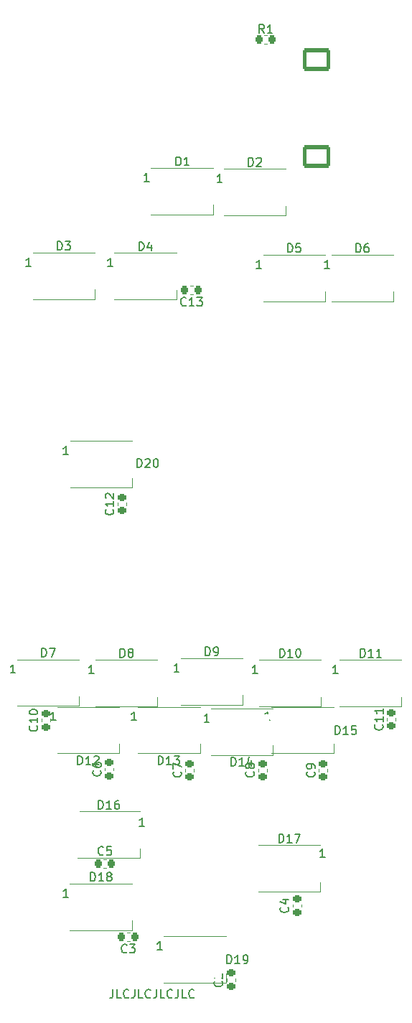
<source format=gbr>
%TF.GenerationSoftware,KiCad,Pcbnew,(6.0.9)*%
%TF.CreationDate,2022-12-07T11:41:57-09:00*%
%TF.ProjectId,APU Panel,41505520-5061-46e6-956c-2e6b69636164,rev?*%
%TF.SameCoordinates,Original*%
%TF.FileFunction,Legend,Top*%
%TF.FilePolarity,Positive*%
%FSLAX46Y46*%
G04 Gerber Fmt 4.6, Leading zero omitted, Abs format (unit mm)*
G04 Created by KiCad (PCBNEW (6.0.9)) date 2022-12-07 11:41:57*
%MOMM*%
%LPD*%
G01*
G04 APERTURE LIST*
G04 Aperture macros list*
%AMRoundRect*
0 Rectangle with rounded corners*
0 $1 Rounding radius*
0 $2 $3 $4 $5 $6 $7 $8 $9 X,Y pos of 4 corners*
0 Add a 4 corners polygon primitive as box body*
4,1,4,$2,$3,$4,$5,$6,$7,$8,$9,$2,$3,0*
0 Add four circle primitives for the rounded corners*
1,1,$1+$1,$2,$3*
1,1,$1+$1,$4,$5*
1,1,$1+$1,$6,$7*
1,1,$1+$1,$8,$9*
0 Add four rect primitives between the rounded corners*
20,1,$1+$1,$2,$3,$4,$5,0*
20,1,$1+$1,$4,$5,$6,$7,0*
20,1,$1+$1,$6,$7,$8,$9,0*
20,1,$1+$1,$8,$9,$2,$3,0*%
G04 Aperture macros list end*
%ADD10C,0.150000*%
%ADD11C,0.120000*%
%ADD12O,3.300000X2.700000*%
%ADD13RoundRect,0.250001X-1.399999X1.099999X-1.399999X-1.099999X1.399999X-1.099999X1.399999X1.099999X0*%
%ADD14C,4.300000*%
%ADD15C,12.700000*%
%ADD16RoundRect,0.218750X-0.218750X-0.256250X0.218750X-0.256250X0.218750X0.256250X-0.218750X0.256250X0*%
%ADD17RoundRect,0.218750X0.256250X-0.218750X0.256250X0.218750X-0.256250X0.218750X-0.256250X-0.218750X0*%
%ADD18RoundRect,0.218750X0.218750X0.256250X-0.218750X0.256250X-0.218750X-0.256250X0.218750X-0.256250X0*%
%ADD19C,1.800000*%
%ADD20R,1.800000X1.800000*%
%ADD21R,1.500000X1.000000*%
G04 APERTURE END LIST*
D10*
X81010952Y-168922380D02*
X81010952Y-169636666D01*
X80963333Y-169779523D01*
X80868095Y-169874761D01*
X80725238Y-169922380D01*
X80630000Y-169922380D01*
X81963333Y-169922380D02*
X81487142Y-169922380D01*
X81487142Y-168922380D01*
X82868095Y-169827142D02*
X82820476Y-169874761D01*
X82677619Y-169922380D01*
X82582380Y-169922380D01*
X82439523Y-169874761D01*
X82344285Y-169779523D01*
X82296666Y-169684285D01*
X82249047Y-169493809D01*
X82249047Y-169350952D01*
X82296666Y-169160476D01*
X82344285Y-169065238D01*
X82439523Y-168970000D01*
X82582380Y-168922380D01*
X82677619Y-168922380D01*
X82820476Y-168970000D01*
X82868095Y-169017619D01*
X83582380Y-168922380D02*
X83582380Y-169636666D01*
X83534761Y-169779523D01*
X83439523Y-169874761D01*
X83296666Y-169922380D01*
X83201428Y-169922380D01*
X84534761Y-169922380D02*
X84058571Y-169922380D01*
X84058571Y-168922380D01*
X85439523Y-169827142D02*
X85391904Y-169874761D01*
X85249047Y-169922380D01*
X85153809Y-169922380D01*
X85010952Y-169874761D01*
X84915714Y-169779523D01*
X84868095Y-169684285D01*
X84820476Y-169493809D01*
X84820476Y-169350952D01*
X84868095Y-169160476D01*
X84915714Y-169065238D01*
X85010952Y-168970000D01*
X85153809Y-168922380D01*
X85249047Y-168922380D01*
X85391904Y-168970000D01*
X85439523Y-169017619D01*
X86153809Y-168922380D02*
X86153809Y-169636666D01*
X86106190Y-169779523D01*
X86010952Y-169874761D01*
X85868095Y-169922380D01*
X85772857Y-169922380D01*
X87106190Y-169922380D02*
X86630000Y-169922380D01*
X86630000Y-168922380D01*
X88010952Y-169827142D02*
X87963333Y-169874761D01*
X87820476Y-169922380D01*
X87725238Y-169922380D01*
X87582380Y-169874761D01*
X87487142Y-169779523D01*
X87439523Y-169684285D01*
X87391904Y-169493809D01*
X87391904Y-169350952D01*
X87439523Y-169160476D01*
X87487142Y-169065238D01*
X87582380Y-168970000D01*
X87725238Y-168922380D01*
X87820476Y-168922380D01*
X87963333Y-168970000D01*
X88010952Y-169017619D01*
X88725238Y-168922380D02*
X88725238Y-169636666D01*
X88677619Y-169779523D01*
X88582380Y-169874761D01*
X88439523Y-169922380D01*
X88344285Y-169922380D01*
X89677619Y-169922380D02*
X89201428Y-169922380D01*
X89201428Y-168922380D01*
X90582380Y-169827142D02*
X90534761Y-169874761D01*
X90391904Y-169922380D01*
X90296666Y-169922380D01*
X90153809Y-169874761D01*
X90058571Y-169779523D01*
X90010952Y-169684285D01*
X89963333Y-169493809D01*
X89963333Y-169350952D01*
X90010952Y-169160476D01*
X90058571Y-169065238D01*
X90153809Y-168970000D01*
X90296666Y-168922380D01*
X90391904Y-168922380D01*
X90534761Y-168970000D01*
X90582380Y-169017619D01*
%TO.C,C5*%
X79883333Y-152977142D02*
X79835714Y-153024761D01*
X79692857Y-153072380D01*
X79597619Y-153072380D01*
X79454761Y-153024761D01*
X79359523Y-152929523D01*
X79311904Y-152834285D01*
X79264285Y-152643809D01*
X79264285Y-152500952D01*
X79311904Y-152310476D01*
X79359523Y-152215238D01*
X79454761Y-152120000D01*
X79597619Y-152072380D01*
X79692857Y-152072380D01*
X79835714Y-152120000D01*
X79883333Y-152167619D01*
X80788095Y-152072380D02*
X80311904Y-152072380D01*
X80264285Y-152548571D01*
X80311904Y-152500952D01*
X80407142Y-152453333D01*
X80645238Y-152453333D01*
X80740476Y-152500952D01*
X80788095Y-152548571D01*
X80835714Y-152643809D01*
X80835714Y-152881904D01*
X80788095Y-152977142D01*
X80740476Y-153024761D01*
X80645238Y-153072380D01*
X80407142Y-153072380D01*
X80311904Y-153024761D01*
X80264285Y-152977142D01*
%TO.C,C2*%
X93846942Y-167941386D02*
X93894561Y-167989005D01*
X93942180Y-168131862D01*
X93942180Y-168227100D01*
X93894561Y-168369958D01*
X93799323Y-168465196D01*
X93704085Y-168512815D01*
X93513609Y-168560434D01*
X93370752Y-168560434D01*
X93180276Y-168512815D01*
X93085038Y-168465196D01*
X92989800Y-168369958D01*
X92942180Y-168227100D01*
X92942180Y-168131862D01*
X92989800Y-167989005D01*
X93037419Y-167941386D01*
X93037419Y-167560434D02*
X92989800Y-167512815D01*
X92942180Y-167417577D01*
X92942180Y-167179481D01*
X92989800Y-167084243D01*
X93037419Y-167036624D01*
X93132657Y-166989005D01*
X93227895Y-166989005D01*
X93370752Y-167036624D01*
X93942180Y-167608053D01*
X93942180Y-166989005D01*
%TO.C,C13*%
X89628742Y-88205562D02*
X89581123Y-88253181D01*
X89438266Y-88300800D01*
X89343028Y-88300800D01*
X89200171Y-88253181D01*
X89104933Y-88157943D01*
X89057314Y-88062705D01*
X89009695Y-87872229D01*
X89009695Y-87729372D01*
X89057314Y-87538896D01*
X89104933Y-87443658D01*
X89200171Y-87348420D01*
X89343028Y-87300800D01*
X89438266Y-87300800D01*
X89581123Y-87348420D01*
X89628742Y-87396039D01*
X90581123Y-88300800D02*
X90009695Y-88300800D01*
X90295409Y-88300800D02*
X90295409Y-87300800D01*
X90200171Y-87443658D01*
X90104933Y-87538896D01*
X90009695Y-87586515D01*
X90914457Y-87300800D02*
X91533504Y-87300800D01*
X91200171Y-87681753D01*
X91343028Y-87681753D01*
X91438266Y-87729372D01*
X91485885Y-87776991D01*
X91533504Y-87872229D01*
X91533504Y-88110324D01*
X91485885Y-88205562D01*
X91438266Y-88253181D01*
X91343028Y-88300800D01*
X91057314Y-88300800D01*
X90962076Y-88253181D01*
X90914457Y-88205562D01*
%TO.C,C12*%
X80997082Y-112308977D02*
X81044701Y-112356596D01*
X81092320Y-112499453D01*
X81092320Y-112594691D01*
X81044701Y-112737548D01*
X80949463Y-112832786D01*
X80854225Y-112880405D01*
X80663749Y-112928024D01*
X80520892Y-112928024D01*
X80330416Y-112880405D01*
X80235178Y-112832786D01*
X80139940Y-112737548D01*
X80092320Y-112594691D01*
X80092320Y-112499453D01*
X80139940Y-112356596D01*
X80187559Y-112308977D01*
X81092320Y-111356596D02*
X81092320Y-111928024D01*
X81092320Y-111642310D02*
X80092320Y-111642310D01*
X80235178Y-111737548D01*
X80330416Y-111832786D01*
X80378035Y-111928024D01*
X80187559Y-110975643D02*
X80139940Y-110928024D01*
X80092320Y-110832786D01*
X80092320Y-110594691D01*
X80139940Y-110499453D01*
X80187559Y-110451834D01*
X80282797Y-110404215D01*
X80378035Y-110404215D01*
X80520892Y-110451834D01*
X81092320Y-111023262D01*
X81092320Y-110404215D01*
%TO.C,C11*%
X112772482Y-137686017D02*
X112820101Y-137733636D01*
X112867720Y-137876493D01*
X112867720Y-137971731D01*
X112820101Y-138114588D01*
X112724863Y-138209826D01*
X112629625Y-138257445D01*
X112439149Y-138305064D01*
X112296292Y-138305064D01*
X112105816Y-138257445D01*
X112010578Y-138209826D01*
X111915340Y-138114588D01*
X111867720Y-137971731D01*
X111867720Y-137876493D01*
X111915340Y-137733636D01*
X111962959Y-137686017D01*
X112867720Y-136733636D02*
X112867720Y-137305064D01*
X112867720Y-137019350D02*
X111867720Y-137019350D01*
X112010578Y-137114588D01*
X112105816Y-137209826D01*
X112153435Y-137305064D01*
X112867720Y-135781255D02*
X112867720Y-136352683D01*
X112867720Y-136066969D02*
X111867720Y-136066969D01*
X112010578Y-136162207D01*
X112105816Y-136257445D01*
X112153435Y-136352683D01*
%TO.C,C10*%
X72025802Y-137818197D02*
X72073421Y-137865816D01*
X72121040Y-138008673D01*
X72121040Y-138103911D01*
X72073421Y-138246768D01*
X71978183Y-138342006D01*
X71882945Y-138389625D01*
X71692469Y-138437244D01*
X71549612Y-138437244D01*
X71359136Y-138389625D01*
X71263898Y-138342006D01*
X71168660Y-138246768D01*
X71121040Y-138103911D01*
X71121040Y-138008673D01*
X71168660Y-137865816D01*
X71216279Y-137818197D01*
X72121040Y-136865816D02*
X72121040Y-137437244D01*
X72121040Y-137151530D02*
X71121040Y-137151530D01*
X71263898Y-137246768D01*
X71359136Y-137342006D01*
X71406755Y-137437244D01*
X71121040Y-136246768D02*
X71121040Y-136151530D01*
X71168660Y-136056292D01*
X71216279Y-136008673D01*
X71311517Y-135961054D01*
X71501993Y-135913435D01*
X71740088Y-135913435D01*
X71930564Y-135961054D01*
X72025802Y-136008673D01*
X72073421Y-136056292D01*
X72121040Y-136151530D01*
X72121040Y-136246768D01*
X72073421Y-136342006D01*
X72025802Y-136389625D01*
X71930564Y-136437244D01*
X71740088Y-136484863D01*
X71501993Y-136484863D01*
X71311517Y-136437244D01*
X71216279Y-136389625D01*
X71168660Y-136342006D01*
X71121040Y-136246768D01*
%TO.C,C9*%
X104753702Y-143250046D02*
X104801321Y-143297665D01*
X104848940Y-143440522D01*
X104848940Y-143535760D01*
X104801321Y-143678618D01*
X104706083Y-143773856D01*
X104610845Y-143821475D01*
X104420369Y-143869094D01*
X104277512Y-143869094D01*
X104087036Y-143821475D01*
X103991798Y-143773856D01*
X103896560Y-143678618D01*
X103848940Y-143535760D01*
X103848940Y-143440522D01*
X103896560Y-143297665D01*
X103944179Y-143250046D01*
X104848940Y-142773856D02*
X104848940Y-142583380D01*
X104801321Y-142488141D01*
X104753702Y-142440522D01*
X104610845Y-142345284D01*
X104420369Y-142297665D01*
X104039417Y-142297665D01*
X103944179Y-142345284D01*
X103896560Y-142392903D01*
X103848940Y-142488141D01*
X103848940Y-142678618D01*
X103896560Y-142773856D01*
X103944179Y-142821475D01*
X104039417Y-142869094D01*
X104277512Y-142869094D01*
X104372750Y-142821475D01*
X104420369Y-142773856D01*
X104467988Y-142678618D01*
X104467988Y-142488141D01*
X104420369Y-142392903D01*
X104372750Y-142345284D01*
X104277512Y-142297665D01*
%TO.C,C8*%
X97578202Y-143224546D02*
X97625821Y-143272165D01*
X97673440Y-143415022D01*
X97673440Y-143510260D01*
X97625821Y-143653118D01*
X97530583Y-143748356D01*
X97435345Y-143795975D01*
X97244869Y-143843594D01*
X97102012Y-143843594D01*
X96911536Y-143795975D01*
X96816298Y-143748356D01*
X96721060Y-143653118D01*
X96673440Y-143510260D01*
X96673440Y-143415022D01*
X96721060Y-143272165D01*
X96768679Y-143224546D01*
X97102012Y-142653118D02*
X97054393Y-142748356D01*
X97006774Y-142795975D01*
X96911536Y-142843594D01*
X96863917Y-142843594D01*
X96768679Y-142795975D01*
X96721060Y-142748356D01*
X96673440Y-142653118D01*
X96673440Y-142462641D01*
X96721060Y-142367403D01*
X96768679Y-142319784D01*
X96863917Y-142272165D01*
X96911536Y-142272165D01*
X97006774Y-142319784D01*
X97054393Y-142367403D01*
X97102012Y-142462641D01*
X97102012Y-142653118D01*
X97149631Y-142748356D01*
X97197250Y-142795975D01*
X97292488Y-142843594D01*
X97482964Y-142843594D01*
X97578202Y-142795975D01*
X97625821Y-142748356D01*
X97673440Y-142653118D01*
X97673440Y-142462641D01*
X97625821Y-142367403D01*
X97578202Y-142319784D01*
X97482964Y-142272165D01*
X97292488Y-142272165D01*
X97197250Y-142319784D01*
X97149631Y-142367403D01*
X97102012Y-142462641D01*
%TO.C,C7*%
X88998082Y-143244866D02*
X89045701Y-143292485D01*
X89093320Y-143435342D01*
X89093320Y-143530580D01*
X89045701Y-143673438D01*
X88950463Y-143768676D01*
X88855225Y-143816295D01*
X88664749Y-143863914D01*
X88521892Y-143863914D01*
X88331416Y-143816295D01*
X88236178Y-143768676D01*
X88140940Y-143673438D01*
X88093320Y-143530580D01*
X88093320Y-143435342D01*
X88140940Y-143292485D01*
X88188559Y-143244866D01*
X88093320Y-142911533D02*
X88093320Y-142244866D01*
X89093320Y-142673438D01*
%TO.C,C6*%
X79508642Y-143105166D02*
X79556261Y-143152785D01*
X79603880Y-143295642D01*
X79603880Y-143390880D01*
X79556261Y-143533738D01*
X79461023Y-143628976D01*
X79365785Y-143676595D01*
X79175309Y-143724214D01*
X79032452Y-143724214D01*
X78841976Y-143676595D01*
X78746738Y-143628976D01*
X78651500Y-143533738D01*
X78603880Y-143390880D01*
X78603880Y-143295642D01*
X78651500Y-143152785D01*
X78699119Y-143105166D01*
X78603880Y-142248023D02*
X78603880Y-142438500D01*
X78651500Y-142533738D01*
X78699119Y-142581357D01*
X78841976Y-142676595D01*
X79032452Y-142724214D01*
X79413404Y-142724214D01*
X79508642Y-142676595D01*
X79556261Y-142628976D01*
X79603880Y-142533738D01*
X79603880Y-142343261D01*
X79556261Y-142248023D01*
X79508642Y-142200404D01*
X79413404Y-142152785D01*
X79175309Y-142152785D01*
X79080071Y-142200404D01*
X79032452Y-142248023D01*
X78984833Y-142343261D01*
X78984833Y-142533738D01*
X79032452Y-142628976D01*
X79080071Y-142676595D01*
X79175309Y-142724214D01*
%TO.C,C4*%
X101642202Y-159198706D02*
X101689821Y-159246325D01*
X101737440Y-159389182D01*
X101737440Y-159484420D01*
X101689821Y-159627278D01*
X101594583Y-159722516D01*
X101499345Y-159770135D01*
X101308869Y-159817754D01*
X101166012Y-159817754D01*
X100975536Y-159770135D01*
X100880298Y-159722516D01*
X100785060Y-159627278D01*
X100737440Y-159484420D01*
X100737440Y-159389182D01*
X100785060Y-159246325D01*
X100832679Y-159198706D01*
X101070774Y-158341563D02*
X101737440Y-158341563D01*
X100689821Y-158579659D02*
X101404107Y-158817754D01*
X101404107Y-158198706D01*
%TO.C,C3*%
X82645053Y-164497002D02*
X82597434Y-164544621D01*
X82454577Y-164592240D01*
X82359339Y-164592240D01*
X82216481Y-164544621D01*
X82121243Y-164449383D01*
X82073624Y-164354145D01*
X82026005Y-164163669D01*
X82026005Y-164020812D01*
X82073624Y-163830336D01*
X82121243Y-163735098D01*
X82216481Y-163639860D01*
X82359339Y-163592240D01*
X82454577Y-163592240D01*
X82597434Y-163639860D01*
X82645053Y-163687479D01*
X82978386Y-163592240D02*
X83597434Y-163592240D01*
X83264100Y-163973193D01*
X83406958Y-163973193D01*
X83502196Y-164020812D01*
X83549815Y-164068431D01*
X83597434Y-164163669D01*
X83597434Y-164401764D01*
X83549815Y-164497002D01*
X83502196Y-164544621D01*
X83406958Y-164592240D01*
X83121243Y-164592240D01*
X83026005Y-164544621D01*
X82978386Y-164497002D01*
%TO.C,R1*%
X98853333Y-56122380D02*
X98520000Y-55646190D01*
X98281904Y-56122380D02*
X98281904Y-55122380D01*
X98662857Y-55122380D01*
X98758095Y-55170000D01*
X98805714Y-55217619D01*
X98853333Y-55312857D01*
X98853333Y-55455714D01*
X98805714Y-55550952D01*
X98758095Y-55598571D01*
X98662857Y-55646190D01*
X98281904Y-55646190D01*
X99805714Y-56122380D02*
X99234285Y-56122380D01*
X99520000Y-56122380D02*
X99520000Y-55122380D01*
X99424761Y-55265238D01*
X99329523Y-55360476D01*
X99234285Y-55408095D01*
%TO.C,D20*%
X83875714Y-107335580D02*
X83875714Y-106335580D01*
X84113809Y-106335580D01*
X84256666Y-106383200D01*
X84351904Y-106478438D01*
X84399523Y-106573676D01*
X84447142Y-106764152D01*
X84447142Y-106907009D01*
X84399523Y-107097485D01*
X84351904Y-107192723D01*
X84256666Y-107287961D01*
X84113809Y-107335580D01*
X83875714Y-107335580D01*
X84828095Y-106430819D02*
X84875714Y-106383200D01*
X84970952Y-106335580D01*
X85209047Y-106335580D01*
X85304285Y-106383200D01*
X85351904Y-106430819D01*
X85399523Y-106526057D01*
X85399523Y-106621295D01*
X85351904Y-106764152D01*
X84780476Y-107335580D01*
X85399523Y-107335580D01*
X86018571Y-106335580D02*
X86113809Y-106335580D01*
X86209047Y-106383200D01*
X86256666Y-106430819D01*
X86304285Y-106526057D01*
X86351904Y-106716533D01*
X86351904Y-106954628D01*
X86304285Y-107145104D01*
X86256666Y-107240342D01*
X86209047Y-107287961D01*
X86113809Y-107335580D01*
X86018571Y-107335580D01*
X85923333Y-107287961D01*
X85875714Y-107240342D01*
X85828095Y-107145104D01*
X85780476Y-106954628D01*
X85780476Y-106716533D01*
X85828095Y-106526057D01*
X85875714Y-106430819D01*
X85923333Y-106383200D01*
X86018571Y-106335580D01*
X75739314Y-105837180D02*
X75167885Y-105837180D01*
X75453600Y-105837180D02*
X75453600Y-104837180D01*
X75358361Y-104980038D01*
X75263123Y-105075276D01*
X75167885Y-105122895D01*
%TO.C,D6*%
X109689504Y-81965980D02*
X109689504Y-80965980D01*
X109927600Y-80965980D01*
X110070457Y-81013600D01*
X110165695Y-81108838D01*
X110213314Y-81204076D01*
X110260933Y-81394552D01*
X110260933Y-81537409D01*
X110213314Y-81727885D01*
X110165695Y-81823123D01*
X110070457Y-81918361D01*
X109927600Y-81965980D01*
X109689504Y-81965980D01*
X111118076Y-80965980D02*
X110927600Y-80965980D01*
X110832361Y-81013600D01*
X110784742Y-81061219D01*
X110689504Y-81204076D01*
X110641885Y-81394552D01*
X110641885Y-81775504D01*
X110689504Y-81870742D01*
X110737123Y-81918361D01*
X110832361Y-81965980D01*
X111022838Y-81965980D01*
X111118076Y-81918361D01*
X111165695Y-81870742D01*
X111213314Y-81775504D01*
X111213314Y-81537409D01*
X111165695Y-81442171D01*
X111118076Y-81394552D01*
X111022838Y-81346933D01*
X110832361Y-81346933D01*
X110737123Y-81394552D01*
X110689504Y-81442171D01*
X110641885Y-81537409D01*
X106563314Y-83865980D02*
X105991885Y-83865980D01*
X106277600Y-83865980D02*
X106277600Y-82865980D01*
X106182361Y-83008838D01*
X106087123Y-83104076D01*
X105991885Y-83151695D01*
%TO.C,D5*%
X101635504Y-81965980D02*
X101635504Y-80965980D01*
X101873600Y-80965980D01*
X102016457Y-81013600D01*
X102111695Y-81108838D01*
X102159314Y-81204076D01*
X102206933Y-81394552D01*
X102206933Y-81537409D01*
X102159314Y-81727885D01*
X102111695Y-81823123D01*
X102016457Y-81918361D01*
X101873600Y-81965980D01*
X101635504Y-81965980D01*
X103111695Y-80965980D02*
X102635504Y-80965980D01*
X102587885Y-81442171D01*
X102635504Y-81394552D01*
X102730742Y-81346933D01*
X102968838Y-81346933D01*
X103064076Y-81394552D01*
X103111695Y-81442171D01*
X103159314Y-81537409D01*
X103159314Y-81775504D01*
X103111695Y-81870742D01*
X103064076Y-81918361D01*
X102968838Y-81965980D01*
X102730742Y-81965980D01*
X102635504Y-81918361D01*
X102587885Y-81870742D01*
X98509314Y-83865980D02*
X97937885Y-83865980D01*
X98223600Y-83865980D02*
X98223600Y-82865980D01*
X98128361Y-83008838D01*
X98033123Y-83104076D01*
X97937885Y-83151695D01*
%TO.C,D11*%
X110190114Y-129743580D02*
X110190114Y-128743580D01*
X110428209Y-128743580D01*
X110571066Y-128791200D01*
X110666304Y-128886438D01*
X110713923Y-128981676D01*
X110761542Y-129172152D01*
X110761542Y-129315009D01*
X110713923Y-129505485D01*
X110666304Y-129600723D01*
X110571066Y-129695961D01*
X110428209Y-129743580D01*
X110190114Y-129743580D01*
X111713923Y-129743580D02*
X111142495Y-129743580D01*
X111428209Y-129743580D02*
X111428209Y-128743580D01*
X111332971Y-128886438D01*
X111237733Y-128981676D01*
X111142495Y-129029295D01*
X112666304Y-129743580D02*
X112094876Y-129743580D01*
X112380590Y-129743580D02*
X112380590Y-128743580D01*
X112285352Y-128886438D01*
X112190114Y-128981676D01*
X112094876Y-129029295D01*
X107540114Y-131643580D02*
X106968685Y-131643580D01*
X107254400Y-131643580D02*
X107254400Y-130643580D01*
X107159161Y-130786438D01*
X107063923Y-130881676D01*
X106968685Y-130929295D01*
%TO.C,D19*%
X94442114Y-165857180D02*
X94442114Y-164857180D01*
X94680209Y-164857180D01*
X94823066Y-164904800D01*
X94918304Y-165000038D01*
X94965923Y-165095276D01*
X95013542Y-165285752D01*
X95013542Y-165428609D01*
X94965923Y-165619085D01*
X94918304Y-165714323D01*
X94823066Y-165809561D01*
X94680209Y-165857180D01*
X94442114Y-165857180D01*
X95965923Y-165857180D02*
X95394495Y-165857180D01*
X95680209Y-165857180D02*
X95680209Y-164857180D01*
X95584971Y-165000038D01*
X95489733Y-165095276D01*
X95394495Y-165142895D01*
X96442114Y-165857180D02*
X96632590Y-165857180D01*
X96727828Y-165809561D01*
X96775447Y-165761942D01*
X96870685Y-165619085D01*
X96918304Y-165428609D01*
X96918304Y-165047657D01*
X96870685Y-164952419D01*
X96823066Y-164904800D01*
X96727828Y-164857180D01*
X96537352Y-164857180D01*
X96442114Y-164904800D01*
X96394495Y-164952419D01*
X96346876Y-165047657D01*
X96346876Y-165285752D01*
X96394495Y-165380990D01*
X96442114Y-165428609D01*
X96537352Y-165476228D01*
X96727828Y-165476228D01*
X96823066Y-165428609D01*
X96870685Y-165380990D01*
X96918304Y-165285752D01*
X86813714Y-164257180D02*
X86242285Y-164257180D01*
X86528000Y-164257180D02*
X86528000Y-163257180D01*
X86432761Y-163400038D01*
X86337523Y-163495276D01*
X86242285Y-163542895D01*
%TO.C,D18*%
X78377714Y-156133980D02*
X78377714Y-155133980D01*
X78615809Y-155133980D01*
X78758666Y-155181600D01*
X78853904Y-155276838D01*
X78901523Y-155372076D01*
X78949142Y-155562552D01*
X78949142Y-155705409D01*
X78901523Y-155895885D01*
X78853904Y-155991123D01*
X78758666Y-156086361D01*
X78615809Y-156133980D01*
X78377714Y-156133980D01*
X79901523Y-156133980D02*
X79330095Y-156133980D01*
X79615809Y-156133980D02*
X79615809Y-155133980D01*
X79520571Y-155276838D01*
X79425333Y-155372076D01*
X79330095Y-155419695D01*
X80472952Y-155562552D02*
X80377714Y-155514933D01*
X80330095Y-155467314D01*
X80282476Y-155372076D01*
X80282476Y-155324457D01*
X80330095Y-155229219D01*
X80377714Y-155181600D01*
X80472952Y-155133980D01*
X80663428Y-155133980D01*
X80758666Y-155181600D01*
X80806285Y-155229219D01*
X80853904Y-155324457D01*
X80853904Y-155372076D01*
X80806285Y-155467314D01*
X80758666Y-155514933D01*
X80663428Y-155562552D01*
X80472952Y-155562552D01*
X80377714Y-155610171D01*
X80330095Y-155657790D01*
X80282476Y-155753028D01*
X80282476Y-155943504D01*
X80330095Y-156038742D01*
X80377714Y-156086361D01*
X80472952Y-156133980D01*
X80663428Y-156133980D01*
X80758666Y-156086361D01*
X80806285Y-156038742D01*
X80853904Y-155943504D01*
X80853904Y-155753028D01*
X80806285Y-155657790D01*
X80758666Y-155610171D01*
X80663428Y-155562552D01*
X75727714Y-158033980D02*
X75156285Y-158033980D01*
X75442000Y-158033980D02*
X75442000Y-157033980D01*
X75346761Y-157176838D01*
X75251523Y-157272076D01*
X75156285Y-157319695D01*
%TO.C,D17*%
X100588914Y-151587580D02*
X100588914Y-150587580D01*
X100827009Y-150587580D01*
X100969866Y-150635200D01*
X101065104Y-150730438D01*
X101112723Y-150825676D01*
X101160342Y-151016152D01*
X101160342Y-151159009D01*
X101112723Y-151349485D01*
X101065104Y-151444723D01*
X100969866Y-151539961D01*
X100827009Y-151587580D01*
X100588914Y-151587580D01*
X102112723Y-151587580D02*
X101541295Y-151587580D01*
X101827009Y-151587580D02*
X101827009Y-150587580D01*
X101731771Y-150730438D01*
X101636533Y-150825676D01*
X101541295Y-150873295D01*
X102446057Y-150587580D02*
X103112723Y-150587580D01*
X102684152Y-151587580D01*
X106000514Y-153309580D02*
X105429085Y-153309580D01*
X105714800Y-153309580D02*
X105714800Y-152309580D01*
X105619561Y-152452438D01*
X105524323Y-152547676D01*
X105429085Y-152595295D01*
%TO.C,D16*%
X79303714Y-147625180D02*
X79303714Y-146625180D01*
X79541809Y-146625180D01*
X79684666Y-146672800D01*
X79779904Y-146768038D01*
X79827523Y-146863276D01*
X79875142Y-147053752D01*
X79875142Y-147196609D01*
X79827523Y-147387085D01*
X79779904Y-147482323D01*
X79684666Y-147577561D01*
X79541809Y-147625180D01*
X79303714Y-147625180D01*
X80827523Y-147625180D02*
X80256095Y-147625180D01*
X80541809Y-147625180D02*
X80541809Y-146625180D01*
X80446571Y-146768038D01*
X80351333Y-146863276D01*
X80256095Y-146910895D01*
X81684666Y-146625180D02*
X81494190Y-146625180D01*
X81398952Y-146672800D01*
X81351333Y-146720419D01*
X81256095Y-146863276D01*
X81208476Y-147053752D01*
X81208476Y-147434704D01*
X81256095Y-147529942D01*
X81303714Y-147577561D01*
X81398952Y-147625180D01*
X81589428Y-147625180D01*
X81684666Y-147577561D01*
X81732285Y-147529942D01*
X81779904Y-147434704D01*
X81779904Y-147196609D01*
X81732285Y-147101371D01*
X81684666Y-147053752D01*
X81589428Y-147006133D01*
X81398952Y-147006133D01*
X81303714Y-147053752D01*
X81256095Y-147101371D01*
X81208476Y-147196609D01*
X84715314Y-149651980D02*
X84143885Y-149651980D01*
X84429600Y-149651980D02*
X84429600Y-148651980D01*
X84334361Y-148794838D01*
X84239123Y-148890076D01*
X84143885Y-148937695D01*
%TO.C,D15*%
X107243714Y-138831580D02*
X107243714Y-137831580D01*
X107481809Y-137831580D01*
X107624666Y-137879200D01*
X107719904Y-137974438D01*
X107767523Y-138069676D01*
X107815142Y-138260152D01*
X107815142Y-138403009D01*
X107767523Y-138593485D01*
X107719904Y-138688723D01*
X107624666Y-138783961D01*
X107481809Y-138831580D01*
X107243714Y-138831580D01*
X108767523Y-138831580D02*
X108196095Y-138831580D01*
X108481809Y-138831580D02*
X108481809Y-137831580D01*
X108386571Y-137974438D01*
X108291333Y-138069676D01*
X108196095Y-138117295D01*
X109672285Y-137831580D02*
X109196095Y-137831580D01*
X109148476Y-138307771D01*
X109196095Y-138260152D01*
X109291333Y-138212533D01*
X109529428Y-138212533D01*
X109624666Y-138260152D01*
X109672285Y-138307771D01*
X109719904Y-138403009D01*
X109719904Y-138641104D01*
X109672285Y-138736342D01*
X109624666Y-138783961D01*
X109529428Y-138831580D01*
X109291333Y-138831580D01*
X109196095Y-138783961D01*
X109148476Y-138736342D01*
X99513714Y-137180780D02*
X98942285Y-137180780D01*
X99228000Y-137180780D02*
X99228000Y-136180780D01*
X99132761Y-136323638D01*
X99037523Y-136418876D01*
X98942285Y-136466495D01*
%TO.C,D14*%
X94950114Y-142539980D02*
X94950114Y-141539980D01*
X95188209Y-141539980D01*
X95331066Y-141587600D01*
X95426304Y-141682838D01*
X95473923Y-141778076D01*
X95521542Y-141968552D01*
X95521542Y-142111409D01*
X95473923Y-142301885D01*
X95426304Y-142397123D01*
X95331066Y-142492361D01*
X95188209Y-142539980D01*
X94950114Y-142539980D01*
X96473923Y-142539980D02*
X95902495Y-142539980D01*
X96188209Y-142539980D02*
X96188209Y-141539980D01*
X96092971Y-141682838D01*
X95997733Y-141778076D01*
X95902495Y-141825695D01*
X97331066Y-141873314D02*
X97331066Y-142539980D01*
X97092971Y-141492361D02*
X96854876Y-142206647D01*
X97473923Y-142206647D01*
X92350914Y-137383980D02*
X91779485Y-137383980D01*
X92065200Y-137383980D02*
X92065200Y-136383980D01*
X91969961Y-136526838D01*
X91874723Y-136622076D01*
X91779485Y-136669695D01*
%TO.C,D13*%
X86364914Y-142387580D02*
X86364914Y-141387580D01*
X86603009Y-141387580D01*
X86745866Y-141435200D01*
X86841104Y-141530438D01*
X86888723Y-141625676D01*
X86936342Y-141816152D01*
X86936342Y-141959009D01*
X86888723Y-142149485D01*
X86841104Y-142244723D01*
X86745866Y-142339961D01*
X86603009Y-142387580D01*
X86364914Y-142387580D01*
X87888723Y-142387580D02*
X87317295Y-142387580D01*
X87603009Y-142387580D02*
X87603009Y-141387580D01*
X87507771Y-141530438D01*
X87412533Y-141625676D01*
X87317295Y-141673295D01*
X88222057Y-141387580D02*
X88841104Y-141387580D01*
X88507771Y-141768533D01*
X88650628Y-141768533D01*
X88745866Y-141816152D01*
X88793485Y-141863771D01*
X88841104Y-141959009D01*
X88841104Y-142197104D01*
X88793485Y-142292342D01*
X88745866Y-142339961D01*
X88650628Y-142387580D01*
X88364914Y-142387580D01*
X88269676Y-142339961D01*
X88222057Y-142292342D01*
X83765714Y-137180780D02*
X83194285Y-137180780D01*
X83480000Y-137180780D02*
X83480000Y-136180780D01*
X83384761Y-136323638D01*
X83289523Y-136418876D01*
X83194285Y-136466495D01*
%TO.C,D12*%
X76865314Y-142387580D02*
X76865314Y-141387580D01*
X77103409Y-141387580D01*
X77246266Y-141435200D01*
X77341504Y-141530438D01*
X77389123Y-141625676D01*
X77436742Y-141816152D01*
X77436742Y-141959009D01*
X77389123Y-142149485D01*
X77341504Y-142244723D01*
X77246266Y-142339961D01*
X77103409Y-142387580D01*
X76865314Y-142387580D01*
X78389123Y-142387580D02*
X77817695Y-142387580D01*
X78103409Y-142387580D02*
X78103409Y-141387580D01*
X78008171Y-141530438D01*
X77912933Y-141625676D01*
X77817695Y-141673295D01*
X78770076Y-141482819D02*
X78817695Y-141435200D01*
X78912933Y-141387580D01*
X79151028Y-141387580D01*
X79246266Y-141435200D01*
X79293885Y-141482819D01*
X79341504Y-141578057D01*
X79341504Y-141673295D01*
X79293885Y-141816152D01*
X78722457Y-142387580D01*
X79341504Y-142387580D01*
X74266114Y-137180780D02*
X73694685Y-137180780D01*
X73980400Y-137180780D02*
X73980400Y-136180780D01*
X73885161Y-136323638D01*
X73789923Y-136418876D01*
X73694685Y-136466495D01*
%TO.C,D10*%
X100690514Y-129743580D02*
X100690514Y-128743580D01*
X100928609Y-128743580D01*
X101071466Y-128791200D01*
X101166704Y-128886438D01*
X101214323Y-128981676D01*
X101261942Y-129172152D01*
X101261942Y-129315009D01*
X101214323Y-129505485D01*
X101166704Y-129600723D01*
X101071466Y-129695961D01*
X100928609Y-129743580D01*
X100690514Y-129743580D01*
X102214323Y-129743580D02*
X101642895Y-129743580D01*
X101928609Y-129743580D02*
X101928609Y-128743580D01*
X101833371Y-128886438D01*
X101738133Y-128981676D01*
X101642895Y-129029295D01*
X102833371Y-128743580D02*
X102928609Y-128743580D01*
X103023847Y-128791200D01*
X103071466Y-128838819D01*
X103119085Y-128934057D01*
X103166704Y-129124533D01*
X103166704Y-129362628D01*
X103119085Y-129553104D01*
X103071466Y-129648342D01*
X103023847Y-129695961D01*
X102928609Y-129743580D01*
X102833371Y-129743580D01*
X102738133Y-129695961D01*
X102690514Y-129648342D01*
X102642895Y-129553104D01*
X102595276Y-129362628D01*
X102595276Y-129124533D01*
X102642895Y-128934057D01*
X102690514Y-128838819D01*
X102738133Y-128791200D01*
X102833371Y-128743580D01*
X98040514Y-131643580D02*
X97469085Y-131643580D01*
X97754800Y-131643580D02*
X97754800Y-130643580D01*
X97659561Y-130786438D01*
X97564323Y-130881676D01*
X97469085Y-130929295D01*
%TO.C,D9*%
X91921104Y-129540380D02*
X91921104Y-128540380D01*
X92159200Y-128540380D01*
X92302057Y-128588000D01*
X92397295Y-128683238D01*
X92444914Y-128778476D01*
X92492533Y-128968952D01*
X92492533Y-129111809D01*
X92444914Y-129302285D01*
X92397295Y-129397523D01*
X92302057Y-129492761D01*
X92159200Y-129540380D01*
X91921104Y-129540380D01*
X92968723Y-129540380D02*
X93159200Y-129540380D01*
X93254438Y-129492761D01*
X93302057Y-129445142D01*
X93397295Y-129302285D01*
X93444914Y-129111809D01*
X93444914Y-128730857D01*
X93397295Y-128635619D01*
X93349676Y-128588000D01*
X93254438Y-128540380D01*
X93063961Y-128540380D01*
X92968723Y-128588000D01*
X92921104Y-128635619D01*
X92873485Y-128730857D01*
X92873485Y-128968952D01*
X92921104Y-129064190D01*
X92968723Y-129111809D01*
X93063961Y-129159428D01*
X93254438Y-129159428D01*
X93349676Y-129111809D01*
X93397295Y-129064190D01*
X93444914Y-128968952D01*
X88794914Y-131440380D02*
X88223485Y-131440380D01*
X88509200Y-131440380D02*
X88509200Y-130440380D01*
X88413961Y-130583238D01*
X88318723Y-130678476D01*
X88223485Y-130726095D01*
%TO.C,D8*%
X81862704Y-129743580D02*
X81862704Y-128743580D01*
X82100800Y-128743580D01*
X82243657Y-128791200D01*
X82338895Y-128886438D01*
X82386514Y-128981676D01*
X82434133Y-129172152D01*
X82434133Y-129315009D01*
X82386514Y-129505485D01*
X82338895Y-129600723D01*
X82243657Y-129695961D01*
X82100800Y-129743580D01*
X81862704Y-129743580D01*
X83005561Y-129172152D02*
X82910323Y-129124533D01*
X82862704Y-129076914D01*
X82815085Y-128981676D01*
X82815085Y-128934057D01*
X82862704Y-128838819D01*
X82910323Y-128791200D01*
X83005561Y-128743580D01*
X83196038Y-128743580D01*
X83291276Y-128791200D01*
X83338895Y-128838819D01*
X83386514Y-128934057D01*
X83386514Y-128981676D01*
X83338895Y-129076914D01*
X83291276Y-129124533D01*
X83196038Y-129172152D01*
X83005561Y-129172152D01*
X82910323Y-129219771D01*
X82862704Y-129267390D01*
X82815085Y-129362628D01*
X82815085Y-129553104D01*
X82862704Y-129648342D01*
X82910323Y-129695961D01*
X83005561Y-129743580D01*
X83196038Y-129743580D01*
X83291276Y-129695961D01*
X83338895Y-129648342D01*
X83386514Y-129553104D01*
X83386514Y-129362628D01*
X83338895Y-129267390D01*
X83291276Y-129219771D01*
X83196038Y-129172152D01*
X78736514Y-131643580D02*
X78165085Y-131643580D01*
X78450800Y-131643580D02*
X78450800Y-130643580D01*
X78355561Y-130786438D01*
X78260323Y-130881676D01*
X78165085Y-130929295D01*
%TO.C,D7*%
X72617104Y-129692780D02*
X72617104Y-128692780D01*
X72855200Y-128692780D01*
X72998057Y-128740400D01*
X73093295Y-128835638D01*
X73140914Y-128930876D01*
X73188533Y-129121352D01*
X73188533Y-129264209D01*
X73140914Y-129454685D01*
X73093295Y-129549923D01*
X72998057Y-129645161D01*
X72855200Y-129692780D01*
X72617104Y-129692780D01*
X73521866Y-128692780D02*
X74188533Y-128692780D01*
X73759961Y-129692780D01*
X69490914Y-131592780D02*
X68919485Y-131592780D01*
X69205200Y-131592780D02*
X69205200Y-130592780D01*
X69109961Y-130735638D01*
X69014723Y-130830876D01*
X68919485Y-130878495D01*
%TO.C,D4*%
X84097904Y-81762780D02*
X84097904Y-80762780D01*
X84336000Y-80762780D01*
X84478857Y-80810400D01*
X84574095Y-80905638D01*
X84621714Y-81000876D01*
X84669333Y-81191352D01*
X84669333Y-81334209D01*
X84621714Y-81524685D01*
X84574095Y-81619923D01*
X84478857Y-81715161D01*
X84336000Y-81762780D01*
X84097904Y-81762780D01*
X85526476Y-81096114D02*
X85526476Y-81762780D01*
X85288380Y-80715161D02*
X85050285Y-81429447D01*
X85669333Y-81429447D01*
X80971714Y-83662780D02*
X80400285Y-83662780D01*
X80686000Y-83662780D02*
X80686000Y-82662780D01*
X80590761Y-82805638D01*
X80495523Y-82900876D01*
X80400285Y-82948495D01*
%TO.C,D3*%
X74457504Y-81711980D02*
X74457504Y-80711980D01*
X74695600Y-80711980D01*
X74838457Y-80759600D01*
X74933695Y-80854838D01*
X74981314Y-80950076D01*
X75028933Y-81140552D01*
X75028933Y-81283409D01*
X74981314Y-81473885D01*
X74933695Y-81569123D01*
X74838457Y-81664361D01*
X74695600Y-81711980D01*
X74457504Y-81711980D01*
X75362266Y-80711980D02*
X75981314Y-80711980D01*
X75647980Y-81092933D01*
X75790838Y-81092933D01*
X75886076Y-81140552D01*
X75933695Y-81188171D01*
X75981314Y-81283409D01*
X75981314Y-81521504D01*
X75933695Y-81616742D01*
X75886076Y-81664361D01*
X75790838Y-81711980D01*
X75505123Y-81711980D01*
X75409885Y-81664361D01*
X75362266Y-81616742D01*
X71331314Y-83611980D02*
X70759885Y-83611980D01*
X71045600Y-83611980D02*
X71045600Y-82611980D01*
X70950361Y-82754838D01*
X70855123Y-82850076D01*
X70759885Y-82897695D01*
%TO.C,D2*%
X97001104Y-71831580D02*
X97001104Y-70831580D01*
X97239200Y-70831580D01*
X97382057Y-70879200D01*
X97477295Y-70974438D01*
X97524914Y-71069676D01*
X97572533Y-71260152D01*
X97572533Y-71403009D01*
X97524914Y-71593485D01*
X97477295Y-71688723D01*
X97382057Y-71783961D01*
X97239200Y-71831580D01*
X97001104Y-71831580D01*
X97953485Y-70926819D02*
X98001104Y-70879200D01*
X98096342Y-70831580D01*
X98334438Y-70831580D01*
X98429676Y-70879200D01*
X98477295Y-70926819D01*
X98524914Y-71022057D01*
X98524914Y-71117295D01*
X98477295Y-71260152D01*
X97905866Y-71831580D01*
X98524914Y-71831580D01*
X93874914Y-73731580D02*
X93303485Y-73731580D01*
X93589200Y-73731580D02*
X93589200Y-72731580D01*
X93493961Y-72874438D01*
X93398723Y-72969676D01*
X93303485Y-73017295D01*
%TO.C,D1*%
X88466704Y-71724780D02*
X88466704Y-70724780D01*
X88704800Y-70724780D01*
X88847657Y-70772400D01*
X88942895Y-70867638D01*
X88990514Y-70962876D01*
X89038133Y-71153352D01*
X89038133Y-71296209D01*
X88990514Y-71486685D01*
X88942895Y-71581923D01*
X88847657Y-71677161D01*
X88704800Y-71724780D01*
X88466704Y-71724780D01*
X89990514Y-71724780D02*
X89419085Y-71724780D01*
X89704800Y-71724780D02*
X89704800Y-70724780D01*
X89609561Y-70867638D01*
X89514323Y-70962876D01*
X89419085Y-71010495D01*
X85278114Y-73604780D02*
X84706685Y-73604780D01*
X84992400Y-73604780D02*
X84992400Y-72604780D01*
X84897161Y-72747638D01*
X84801923Y-72842876D01*
X84706685Y-72890495D01*
D11*
%TO.C,C5*%
X79887221Y-153540000D02*
X80212779Y-153540000D01*
X79887221Y-154560000D02*
X80212779Y-154560000D01*
%TO.C,C2*%
X94409800Y-167937499D02*
X94409800Y-167611941D01*
X95429800Y-167937499D02*
X95429800Y-167611941D01*
%TO.C,C13*%
X90434379Y-86928420D02*
X90108821Y-86928420D01*
X90434379Y-85908420D02*
X90108821Y-85908420D01*
%TO.C,C12*%
X81559940Y-111828899D02*
X81559940Y-111503341D01*
X82579940Y-111828899D02*
X82579940Y-111503341D01*
%TO.C,C11*%
X113335340Y-137205939D02*
X113335340Y-136880381D01*
X114355340Y-137205939D02*
X114355340Y-136880381D01*
%TO.C,C10*%
X72588660Y-137338119D02*
X72588660Y-137012561D01*
X73608660Y-137338119D02*
X73608660Y-137012561D01*
%TO.C,C9*%
X105316560Y-143246159D02*
X105316560Y-142920601D01*
X106336560Y-143246159D02*
X106336560Y-142920601D01*
%TO.C,C8*%
X98141060Y-143220659D02*
X98141060Y-142895101D01*
X99161060Y-143220659D02*
X99161060Y-142895101D01*
%TO.C,C7*%
X89560940Y-143240979D02*
X89560940Y-142915421D01*
X90580940Y-143240979D02*
X90580940Y-142915421D01*
%TO.C,C6*%
X80071500Y-143101279D02*
X80071500Y-142775721D01*
X81091500Y-143101279D02*
X81091500Y-142775721D01*
%TO.C,C4*%
X102205060Y-159194819D02*
X102205060Y-158869261D01*
X103225060Y-159194819D02*
X103225060Y-158869261D01*
%TO.C,C3*%
X82974499Y-163219860D02*
X82648941Y-163219860D01*
X82974499Y-162199860D02*
X82648941Y-162199860D01*
%TO.C,R1*%
X98838901Y-56365680D02*
X99164459Y-56365680D01*
X98838901Y-57385680D02*
X99164459Y-57385680D01*
%TO.C,D20*%
X83253600Y-109734800D02*
X83253600Y-108584800D01*
X75953600Y-109734800D02*
X83253600Y-109734800D01*
X75953600Y-104234800D02*
X83253600Y-104234800D01*
%TO.C,D6*%
X106777600Y-82263600D02*
X114077600Y-82263600D01*
X106777600Y-87763600D02*
X114077600Y-87763600D01*
X114077600Y-87763600D02*
X114077600Y-86613600D01*
%TO.C,D5*%
X98723600Y-82263600D02*
X106023600Y-82263600D01*
X98723600Y-87763600D02*
X106023600Y-87763600D01*
X106023600Y-87763600D02*
X106023600Y-86613600D01*
%TO.C,D11*%
X107754400Y-130041200D02*
X115054400Y-130041200D01*
X107754400Y-135541200D02*
X115054400Y-135541200D01*
X115054400Y-135541200D02*
X115054400Y-134391200D01*
%TO.C,D19*%
X87028000Y-162654800D02*
X94328000Y-162654800D01*
X87028000Y-168154800D02*
X94328000Y-168154800D01*
X94328000Y-168154800D02*
X94328000Y-167004800D01*
%TO.C,D18*%
X75942000Y-156431600D02*
X83242000Y-156431600D01*
X75942000Y-161931600D02*
X83242000Y-161931600D01*
X83242000Y-161931600D02*
X83242000Y-160781600D01*
%TO.C,D17*%
X98153200Y-151885200D02*
X105453200Y-151885200D01*
X98153200Y-157385200D02*
X105453200Y-157385200D01*
X105453200Y-157385200D02*
X105453200Y-156235200D01*
%TO.C,D16*%
X76868000Y-147922800D02*
X84168000Y-147922800D01*
X76868000Y-153422800D02*
X84168000Y-153422800D01*
X84168000Y-153422800D02*
X84168000Y-152272800D01*
%TO.C,D15*%
X99728000Y-135578400D02*
X107028000Y-135578400D01*
X99728000Y-141078400D02*
X107028000Y-141078400D01*
X107028000Y-141078400D02*
X107028000Y-139928400D01*
%TO.C,D14*%
X92565200Y-135781600D02*
X99865200Y-135781600D01*
X92565200Y-141281600D02*
X99865200Y-141281600D01*
X99865200Y-141281600D02*
X99865200Y-140131600D01*
%TO.C,D13*%
X83980000Y-135578400D02*
X91280000Y-135578400D01*
X83980000Y-141078400D02*
X91280000Y-141078400D01*
X91280000Y-141078400D02*
X91280000Y-139928400D01*
%TO.C,D12*%
X74480400Y-135578400D02*
X81780400Y-135578400D01*
X74480400Y-141078400D02*
X81780400Y-141078400D01*
X81780400Y-141078400D02*
X81780400Y-139928400D01*
%TO.C,D10*%
X98254800Y-130041200D02*
X105554800Y-130041200D01*
X98254800Y-135541200D02*
X105554800Y-135541200D01*
X105554800Y-135541200D02*
X105554800Y-134391200D01*
%TO.C,D9*%
X89009200Y-129838000D02*
X96309200Y-129838000D01*
X89009200Y-135338000D02*
X96309200Y-135338000D01*
X96309200Y-135338000D02*
X96309200Y-134188000D01*
%TO.C,D8*%
X78950800Y-130041200D02*
X86250800Y-130041200D01*
X78950800Y-135541200D02*
X86250800Y-135541200D01*
X86250800Y-135541200D02*
X86250800Y-134391200D01*
%TO.C,D7*%
X69705200Y-129990400D02*
X77005200Y-129990400D01*
X69705200Y-135490400D02*
X77005200Y-135490400D01*
X77005200Y-135490400D02*
X77005200Y-134340400D01*
%TO.C,D4*%
X81186000Y-82060400D02*
X88486000Y-82060400D01*
X81186000Y-87560400D02*
X88486000Y-87560400D01*
X88486000Y-87560400D02*
X88486000Y-86410400D01*
%TO.C,D3*%
X71545600Y-82009600D02*
X78845600Y-82009600D01*
X71545600Y-87509600D02*
X78845600Y-87509600D01*
X78845600Y-87509600D02*
X78845600Y-86359600D01*
%TO.C,D2*%
X94089200Y-72129200D02*
X101389200Y-72129200D01*
X94089200Y-77629200D02*
X101389200Y-77629200D01*
X101389200Y-77629200D02*
X101389200Y-76479200D01*
%TO.C,D1*%
X85492400Y-72002400D02*
X92792400Y-72002400D01*
X85492400Y-77502400D02*
X92792400Y-77502400D01*
X92792400Y-77502400D02*
X92792400Y-76352400D01*
%TD*%
%LPC*%
D12*
%TO.C,J2*%
X110539160Y-74870420D03*
X110539160Y-70670420D03*
X105039160Y-74870420D03*
D13*
X105039160Y-70670420D03*
%TD*%
D12*
%TO.C,J1*%
X110539160Y-63427720D03*
X110539160Y-59227720D03*
X105039160Y-63427720D03*
D13*
X105039160Y-59227720D03*
%TD*%
D14*
%TO.C,5*%
X74929999Y-147701001D03*
%TD*%
%TO.C,4*%
X97789999Y-64135001D03*
%TD*%
D15*
%TO.C,3*%
X91122500Y-154622501D03*
%TD*%
%TO.C,2*%
X106425999Y-95885001D03*
%TD*%
%TO.C,REF\u002A\u002A*%
X80010000Y-95885001D03*
%TD*%
D16*
%TO.C,C5*%
X80837500Y-154050000D03*
X79262500Y-154050000D03*
%TD*%
D17*
%TO.C,C2*%
X94919800Y-166987220D03*
X94919800Y-168562220D03*
%TD*%
D18*
%TO.C,C13*%
X89484100Y-86418420D03*
X91059100Y-86418420D03*
%TD*%
D17*
%TO.C,C12*%
X82069940Y-110878620D03*
X82069940Y-112453620D03*
%TD*%
%TO.C,C11*%
X113845340Y-136255660D03*
X113845340Y-137830660D03*
%TD*%
%TO.C,C10*%
X73098660Y-136387840D03*
X73098660Y-137962840D03*
%TD*%
%TO.C,C9*%
X105826560Y-142295880D03*
X105826560Y-143870880D03*
%TD*%
%TO.C,C8*%
X98651060Y-142270380D03*
X98651060Y-143845380D03*
%TD*%
%TO.C,C7*%
X90070940Y-142290700D03*
X90070940Y-143865700D03*
%TD*%
%TO.C,C6*%
X80581500Y-142151000D03*
X80581500Y-143726000D03*
%TD*%
%TO.C,C4*%
X102715060Y-158244540D03*
X102715060Y-159819540D03*
%TD*%
D18*
%TO.C,C3*%
X82024220Y-162709860D03*
X83599220Y-162709860D03*
%TD*%
D16*
%TO.C,R1*%
X99789180Y-56875680D03*
X98214180Y-56875680D03*
%TD*%
D19*
%TO.C,D21*%
X95999300Y-59395360D03*
D20*
X95999300Y-56855360D03*
%TD*%
D21*
%TO.C,D20*%
X77153600Y-105384800D03*
X77153600Y-108584800D03*
X82053600Y-105384800D03*
X82053600Y-108584800D03*
%TD*%
%TO.C,D6*%
X107977600Y-83413600D03*
X107977600Y-86613600D03*
X112877600Y-83413600D03*
X112877600Y-86613600D03*
%TD*%
%TO.C,D5*%
X99923600Y-83413600D03*
X99923600Y-86613600D03*
X104823600Y-83413600D03*
X104823600Y-86613600D03*
%TD*%
%TO.C,D11*%
X108954400Y-131191200D03*
X108954400Y-134391200D03*
X113854400Y-131191200D03*
X113854400Y-134391200D03*
%TD*%
%TO.C,D19*%
X88228000Y-163804800D03*
X88228000Y-167004800D03*
X93128000Y-163804800D03*
X93128000Y-167004800D03*
%TD*%
%TO.C,D18*%
X77142000Y-157581600D03*
X77142000Y-160781600D03*
X82042000Y-157581600D03*
X82042000Y-160781600D03*
%TD*%
%TO.C,D17*%
X99353200Y-153035200D03*
X99353200Y-156235200D03*
X104253200Y-153035200D03*
X104253200Y-156235200D03*
%TD*%
%TO.C,D16*%
X78068000Y-149072800D03*
X78068000Y-152272800D03*
X82968000Y-149072800D03*
X82968000Y-152272800D03*
%TD*%
%TO.C,D15*%
X100928000Y-136728400D03*
X100928000Y-139928400D03*
X105828000Y-136728400D03*
X105828000Y-139928400D03*
%TD*%
%TO.C,D14*%
X93765200Y-136931600D03*
X93765200Y-140131600D03*
X98665200Y-136931600D03*
X98665200Y-140131600D03*
%TD*%
%TO.C,D13*%
X85180000Y-136728400D03*
X85180000Y-139928400D03*
X90080000Y-136728400D03*
X90080000Y-139928400D03*
%TD*%
%TO.C,D12*%
X75680400Y-136728400D03*
X75680400Y-139928400D03*
X80580400Y-136728400D03*
X80580400Y-139928400D03*
%TD*%
%TO.C,D10*%
X99454800Y-131191200D03*
X99454800Y-134391200D03*
X104354800Y-131191200D03*
X104354800Y-134391200D03*
%TD*%
%TO.C,D9*%
X90209200Y-130988000D03*
X90209200Y-134188000D03*
X95109200Y-130988000D03*
X95109200Y-134188000D03*
%TD*%
%TO.C,D8*%
X80150800Y-131191200D03*
X80150800Y-134391200D03*
X85050800Y-131191200D03*
X85050800Y-134391200D03*
%TD*%
%TO.C,D7*%
X70905200Y-131140400D03*
X70905200Y-134340400D03*
X75805200Y-131140400D03*
X75805200Y-134340400D03*
%TD*%
%TO.C,D4*%
X82386000Y-83210400D03*
X82386000Y-86410400D03*
X87286000Y-83210400D03*
X87286000Y-86410400D03*
%TD*%
%TO.C,D3*%
X72745600Y-83159600D03*
X72745600Y-86359600D03*
X77645600Y-83159600D03*
X77645600Y-86359600D03*
%TD*%
%TO.C,D2*%
X95289200Y-73279200D03*
X95289200Y-76479200D03*
X100189200Y-73279200D03*
X100189200Y-76479200D03*
%TD*%
%TO.C,D1*%
X86692400Y-73152400D03*
X86692400Y-76352400D03*
X91592400Y-73152400D03*
X91592400Y-76352400D03*
%TD*%
M02*

</source>
